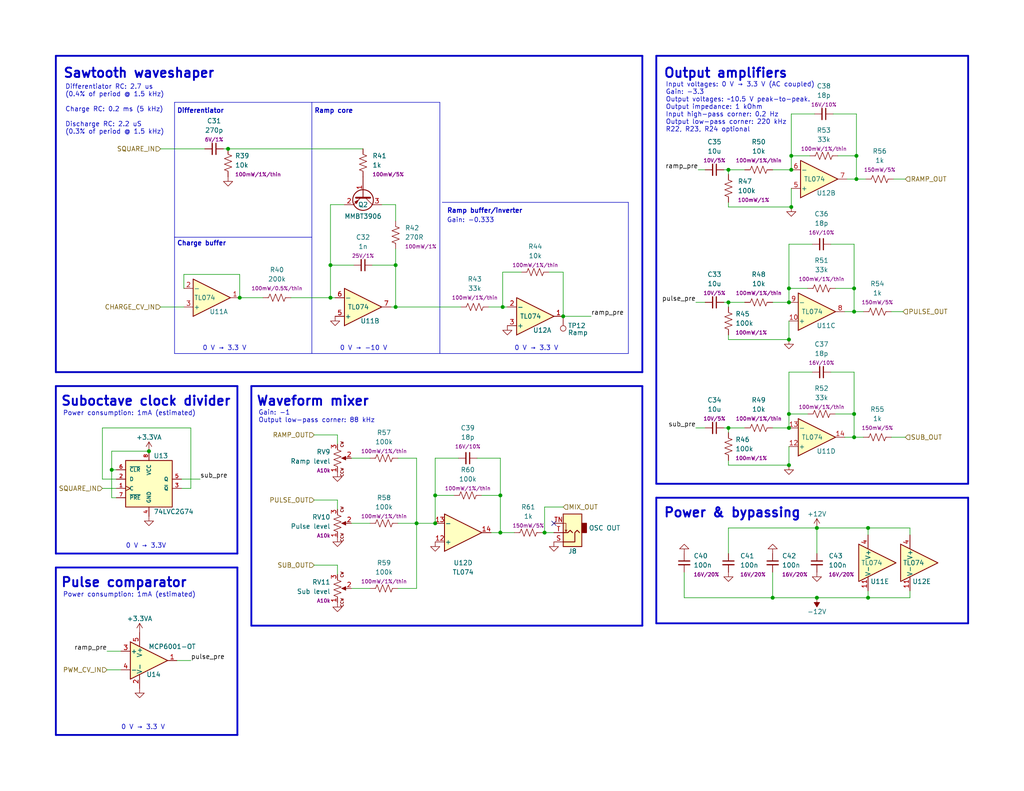
<source format=kicad_sch>
(kicad_sch (version 20250114) (generator "eeschema") (generator_version "9.0")
  (paper "USLetter")
  (title_block (title "Castor & Pollux") (date "2022-10-07") (rev "v6") (company "Winterbloom") (comment 1 "Alethea Flowers") (comment 2 "CERN-OHL-P v2") (comment 3 "gemini.wntr.dev"))
  (text "Differentiator" (at 48.26 31.115 0) (effects (font (size 1.27 1.27) (thickness 0.254) (bold yes)) (justify left bottom)))
  (text "Suboctave clock divider" (at 16.51 111.125 0) (effects (font (size 2.54 2.54) (bold yes)) (justify left bottom)))
  (text "Power & bypassing" (at 180.975 141.605 0) (effects (font (size 2.54 2.54) (bold yes)) (justify left bottom)))
  (text "Output amplifiers" (at 180.975 21.59 0) (effects (font (size 2.54 2.54) (thickness 0.508) (bold yes)) (justify left bottom)))
  (text "Gain: -0.333" (at 121.92 60.96 0) (effects (font (size 1.27 1.27)) (justify left bottom)))
  (text "Gain: -1\nOutput low-pass corner: 88 kHz" (at 70.485 115.57 0) (effects (font (size 1.27 1.27)) (justify left bottom)))
  (text "Charge buffer" (at 48.26 67.31 0) (effects (font (size 1.27 1.27) (thickness 0.254) (bold yes)) (justify left bottom)))
  (text "Sawtooth waveshaper" (at 17.145 21.59 0) (effects (font (size 2.54 2.54) (thickness 0.508) (bold yes)) (justify left bottom)))
  (text "Power consumption: 1mA (estimated)" (at 17.145 113.665 0) (effects (font (size 1.27 1.27)) (justify left bottom)))
  (text "Power consumption: 1mA (estimated)" (at 17.145 163.195 0) (effects (font (size 1.27 1.27)) (justify left bottom)))
  (text "0 V → 3.3V" (at 34.29 149.86 0) (effects (font (size 1.27 1.27)) (justify left bottom)))
  (text "Waveform mixer" (at 69.85 111.125 0) (effects (font (size 2.54 2.54) (bold yes)) (justify left bottom)))
  (text "0 V → 3.3 V" (at 55.245 95.885 0) (effects (font (size 1.27 1.27)) (justify left bottom)))
  (text "Pulse comparator" (at 16.51 160.655 0) (effects (font (size 2.54 2.54) (bold yes)) (justify left bottom)))
  (text "Differentiator RC: 2.7 us\n(0.4% of period @ 1.5 kHz)\n\nCharge RC: 0.2 ms (5 kHz)\n\nDischarge RC: 2.2 uS\n(0.3% of period @ 1.5 kHz)" (at 17.78 36.83 0) (effects (font (size 1.27 1.27)) (justify left bottom)))
  (text "0 V → 3.3 V" (at 33.02 199.39 0) (effects (font (size 1.27 1.27)) (justify left bottom)))
  (text "0 V → -10 V" (at 92.71 95.885 0) (effects (font (size 1.27 1.27)) (justify left bottom)))
  (text "0 V → 3.3 V" (at 140.335 95.885 0) (effects (font (size 1.27 1.27)) (justify left bottom)))
  (text "Ramp buffer/inverter\n" (at 121.92 58.42 0) (effects (font (size 1.27 1.27) (thickness 0.254) (bold yes)) (justify left bottom)))
  (text "Ramp core" (at 85.725 31.115 0) (effects (font (size 1.27 1.27) (thickness 0.254) (bold yes)) (justify left bottom)))
  (text "Input voltages: 0 V → 3.3 V (AC coupled)\nGain: -3.3\nOutput voltages: ~10.5 V peak-to-peak.\nOutput impedance: 1 kOhm\nInput high-pass corner: 0.2 Hz\nOutput low-pass corner: 220 kHz\nR22, R23, R24 optional" (at 181.61 36.195 0) (effects (font (size 1.27 1.27)) (justify left bottom)))
  (junction (at 198.755 116.84))
  (junction (at 215.265 113.03))
  (junction (at 210.82 163.195))
  (junction (at 233.045 85.09))
  (junction (at 30.48 128.27))
  (junction (at 136.525 135.255))
  (junction (at 236.855 144.145))
  (junction (at 233.045 113.03))
  (junction (at 62.23 40.64))
  (junction (at 107.95 83.82))
  (junction (at 233.045 78.74))
  (junction (at 65.405 81.28))
  (junction (at 215.265 82.55))
  (junction (at 215.9 46.355))
  (junction (at 198.755 46.355))
  (junction (at 215.265 116.84))
  (junction (at 233.68 48.895))
  (junction (at 148.59 145.415))
  (junction (at 222.885 163.195))
  (junction (at 222.885 144.145))
  (junction (at 215.265 78.74))
  (junction (at 215.265 127))
  (junction (at 107.95 72.39))
  (junction (at 198.755 82.55))
  (junction (at 90.17 72.39))
  (junction (at 118.745 142.875))
  (junction (at 215.9 42.545))
  (junction (at 113.665 142.875))
  (junction (at 215.9 56.515))
  (junction (at 236.855 163.195))
  (junction (at 137.16 83.82))
  (junction (at 215.265 92.71))
  (junction (at 136.525 145.415))
  (junction (at 153.67 86.36))
  (junction (at 233.68 42.545))
  (junction (at 90.17 81.28))
  (junction (at 233.045 119.38))
  (junction (at 40.64 123.19))
  (junction (at 118.745 135.255))
  (no_connect (at 151.13 142.875))
  (wire (pts (xy 147.955 145.415) (xy 148.59 145.415)))
  (wire (pts (xy 85.725 136.525) (xy 92.075 136.525)))
  (wire (pts (xy 226.695 101.6) (xy 233.045 101.6)))
  (wire (pts (xy 27.94 116.84) (xy 52.07 116.84)))
  (polyline (pts (xy 120.015 27.94) (xy 120.015 96.52)))
  (wire (pts (xy 215.9 56.515) (xy 198.755 56.515)))
  (wire (pts (xy 106.68 83.82) (xy 107.95 83.82)))
  (wire (pts (xy 133.35 83.82) (xy 137.16 83.82)))
  (wire (pts (xy 90.17 72.39) (xy 90.17 81.28)))
  (polyline (pts (xy 64.77 200.66) (xy 15.24 200.66)) (stroke (width 0.5) (type solid)))
  (polyline (pts (xy 179.07 15.24) (xy 264.16 15.24)) (stroke (width 0.5) (type solid)))
  (wire (pts (xy 231.14 48.895) (xy 233.68 48.895)))
  (wire (pts (xy 52.07 133.35) (xy 52.07 116.84)))
  (wire (pts (xy 92.075 118.745) (xy 92.075 121.285)))
  (wire (pts (xy 215.9 31.115) (xy 222.25 31.115)))
  (polyline (pts (xy 179.07 15.24) (xy 179.07 132.08)) (stroke (width 0.5) (type solid)))
  (wire (pts (xy 215.9 42.545) (xy 215.9 31.115)))
  (wire (pts (xy 93.98 55.88) (xy 90.17 55.88)))
  (wire (pts (xy 49.53 133.35) (xy 52.07 133.35)))
  (wire (pts (xy 29.21 177.8) (xy 33.02 177.8)))
  (polyline (pts (xy 47.625 96.52) (xy 171.45 96.52)))
  (wire (pts (xy 118.745 142.875) (xy 113.665 142.875)))
  (wire (pts (xy 210.82 163.195) (xy 222.885 163.195)))
  (wire (pts (xy 30.48 128.27) (xy 31.75 128.27)))
  (wire (pts (xy 233.045 78.74) (xy 233.045 85.09)))
  (polyline (pts (xy 85.09 64.77) (xy 47.625 64.77)))
  (wire (pts (xy 79.375 81.28) (xy 90.17 81.28)))
  (wire (pts (xy 101.6 72.39) (xy 107.95 72.39)))
  (polyline (pts (xy 15.24 15.24) (xy 175.26 15.24)) (stroke (width 0.5) (type solid)))
  (wire (pts (xy 90.17 55.88) (xy 90.17 72.39)))
  (wire (pts (xy 107.95 55.88) (xy 107.95 60.325)))
  (wire (pts (xy 30.48 128.27) (xy 30.48 123.19)))
  (wire (pts (xy 190.5 46.355) (xy 192.405 46.355)))
  (wire (pts (xy 49.53 130.81) (xy 54.61 130.81)))
  (wire (pts (xy 215.265 66.675) (xy 221.615 66.675)))
  (polyline (pts (xy 64.77 154.94) (xy 64.77 200.66)) (stroke (width 0.5) (type solid)))
  (wire (pts (xy 222.885 144.145) (xy 236.855 144.145)))
  (polyline (pts (xy 179.07 135.89) (xy 179.07 170.18)) (stroke (width 0.5) (type solid)))
  (polyline (pts (xy 47.625 27.94) (xy 120.015 27.94)))
  (wire (pts (xy 95.885 160.655) (xy 100.965 160.655)))
  (wire (pts (xy 108.585 160.655) (xy 113.665 160.655)))
  (wire (pts (xy 215.265 113.03) (xy 220.345 113.03)))
  (wire (pts (xy 233.68 42.545) (xy 233.68 48.895)))
  (wire (pts (xy 215.265 82.55) (xy 215.265 78.74)))
  (wire (pts (xy 153.67 138.43) (xy 148.59 138.43)))
  (wire (pts (xy 137.16 74.295) (xy 137.16 83.82)))
  (wire (pts (xy 133.985 145.415) (xy 136.525 145.415)))
  (wire (pts (xy 113.665 160.655) (xy 113.665 142.875)))
  (wire (pts (xy 215.265 78.74) (xy 215.265 66.675)))
  (wire (pts (xy 137.16 74.295) (xy 142.24 74.295)))
  (polyline (pts (xy 171.45 96.52) (xy 171.45 55.245)))
  (wire (pts (xy 113.665 125.095) (xy 113.665 142.875)))
  (wire (pts (xy 236.855 144.145) (xy 236.855 146.05)))
  (wire (pts (xy 136.525 125.095) (xy 136.525 135.255)))
  (wire (pts (xy 27.94 133.35) (xy 31.75 133.35)))
  (polyline (pts (xy 175.26 105.41) (xy 175.26 170.815)) (stroke (width 0.5) (type solid)))
  (polyline (pts (xy 15.24 15.24) (xy 15.24 101.6)) (stroke (width 0.5) (type solid)))
  (wire (pts (xy 62.23 40.64) (xy 99.06 40.64)))
  (polyline (pts (xy 264.16 170.18) (xy 179.07 170.18)) (stroke (width 0.5) (type solid)))
  (wire (pts (xy 233.68 31.115) (xy 233.68 42.545)))
  (wire (pts (xy 248.285 161.29) (xy 248.285 163.195)))
  (wire (pts (xy 233.045 85.09) (xy 235.585 85.09)))
  (wire (pts (xy 215.265 87.63) (xy 215.265 92.71)))
  (wire (pts (xy 107.95 55.88) (xy 104.14 55.88)))
  (wire (pts (xy 60.96 40.64) (xy 62.23 40.64)))
  (wire (pts (xy 31.75 130.81) (xy 27.94 130.81)))
  (polyline (pts (xy 68.58 105.41) (xy 175.26 105.41)) (stroke (width 0.5) (type solid)))
  (wire (pts (xy 222.885 163.195) (xy 236.855 163.195)))
  (wire (pts (xy 222.885 144.145) (xy 222.885 151.13)))
  (wire (pts (xy 65.405 74.93) (xy 50.165 74.93)))
  (polyline (pts (xy 264.16 132.08) (xy 179.07 132.08)) (stroke (width 0.5) (type solid)))
  (wire (pts (xy 65.405 81.28) (xy 65.405 74.93)))
  (wire (pts (xy 136.525 145.415) (xy 140.335 145.415)))
  (wire (pts (xy 215.265 113.03) (xy 215.265 101.6)))
  (polyline (pts (xy 175.26 170.815) (xy 68.58 170.815)) (stroke (width 0.5) (type solid)))
  (wire (pts (xy 227.965 78.74) (xy 233.045 78.74)))
  (wire (pts (xy 198.755 116.84) (xy 203.2 116.84)))
  (wire (pts (xy 131.445 135.255) (xy 136.525 135.255)))
  (wire (pts (xy 153.67 86.36) (xy 161.29 86.36)))
  (wire (pts (xy 248.285 144.145) (xy 248.285 146.05)))
  (wire (pts (xy 233.045 101.6) (xy 233.045 113.03)))
  (wire (pts (xy 71.755 81.28) (xy 65.405 81.28)))
  (wire (pts (xy 130.175 125.095) (xy 136.525 125.095)))
  (wire (pts (xy 210.82 163.195) (xy 186.69 163.195)))
  (polyline (pts (xy 15.24 105.41) (xy 15.24 151.13)) (stroke (width 0.5) (type solid)))
  (wire (pts (xy 233.045 119.38) (xy 235.585 119.38)))
  (wire (pts (xy 113.665 142.875) (xy 108.585 142.875)))
  (polyline (pts (xy 47.625 27.94) (xy 47.625 64.77)))
  (wire (pts (xy 107.95 72.39) (xy 107.95 83.82)))
  (wire (pts (xy 85.725 118.745) (xy 92.075 118.745)))
  (wire (pts (xy 233.045 66.675) (xy 233.045 78.74)))
  (wire (pts (xy 137.16 83.82) (xy 138.43 83.82)))
  (polyline (pts (xy 47.625 64.77) (xy 47.625 96.52)))
  (wire (pts (xy 30.48 123.19) (xy 40.64 123.19)))
  (wire (pts (xy 92.075 154.305) (xy 92.075 156.845)))
  (wire (pts (xy 189.865 82.55) (xy 192.405 82.55)))
  (wire (pts (xy 118.745 135.255) (xy 118.745 125.095)))
  (wire (pts (xy 149.86 74.295) (xy 153.67 74.295)))
  (wire (pts (xy 198.755 82.55) (xy 203.2 82.55)))
  (wire (pts (xy 243.205 119.38) (xy 247.015 119.38)))
  (wire (pts (xy 189.865 116.84) (xy 192.405 116.84)))
  (polyline (pts (xy 175.26 101.6) (xy 15.24 101.6)) (stroke (width 0.5) (type solid)))
  (wire (pts (xy 236.855 163.195) (xy 248.285 163.195)))
  (wire (pts (xy 227.33 31.115) (xy 233.68 31.115)))
  (polyline (pts (xy 85.09 96.52) (xy 85.09 27.94)))
  (wire (pts (xy 215.9 42.545) (xy 220.98 42.545)))
  (wire (pts (xy 198.755 56.515) (xy 198.755 55.245)))
  (wire (pts (xy 95.885 125.095) (xy 100.965 125.095)))
  (wire (pts (xy 43.815 40.64) (xy 55.88 40.64)))
  (wire (pts (xy 215.265 101.6) (xy 221.615 101.6)))
  (wire (pts (xy 31.75 135.89) (xy 30.48 135.89)))
  (wire (pts (xy 92.075 136.525) (xy 92.075 139.065)))
  (wire (pts (xy 198.755 82.55) (xy 198.755 83.82)))
  (wire (pts (xy 108.585 125.095) (xy 113.665 125.095)))
  (wire (pts (xy 197.485 116.84) (xy 198.755 116.84)))
  (wire (pts (xy 197.485 46.355) (xy 198.755 46.355)))
  (wire (pts (xy 215.265 78.74) (xy 220.345 78.74)))
  (wire (pts (xy 90.17 81.28) (xy 91.44 81.28)))
  (wire (pts (xy 107.95 67.945) (xy 107.95 72.39)))
  (polyline (pts (xy 15.24 154.94) (xy 15.24 200.66)) (stroke (width 0.5) (type solid)))
  (wire (pts (xy 107.95 83.82) (xy 125.73 83.82)))
  (wire (pts (xy 236.855 144.145) (xy 248.285 144.145)))
  (polyline (pts (xy 64.77 105.41) (xy 64.77 151.13)) (stroke (width 0.5) (type solid)))
  (wire (pts (xy 233.68 48.895) (xy 236.22 48.895)))
  (wire (pts (xy 243.205 85.09) (xy 246.38 85.09)))
  (polyline (pts (xy 64.77 151.13) (xy 15.24 151.13)) (stroke (width 0.5) (type solid)))
  (wire (pts (xy 215.9 51.435) (xy 215.9 56.515)))
  (wire (pts (xy 215.265 121.92) (xy 215.265 127)))
  (wire (pts (xy 198.755 116.84) (xy 198.755 118.11)))
  (wire (pts (xy 118.745 135.255) (xy 123.825 135.255)))
  (wire (pts (xy 215.9 46.355) (xy 215.9 42.545)))
  (polyline (pts (xy 264.16 135.89) (xy 264.16 170.18)) (stroke (width 0.5) (type solid)))
  (wire (pts (xy 90.17 72.39) (xy 96.52 72.39)))
  (wire (pts (xy 210.82 82.55) (xy 215.265 82.55)))
  (wire (pts (xy 228.6 42.545) (xy 233.68 42.545)))
  (polyline (pts (xy 264.16 15.24) (xy 264.16 132.08)) (stroke (width 0.5) (type solid)))
  (polyline (pts (xy 171.45 55.245) (xy 120.65 55.245)))
  (wire (pts (xy 227.965 113.03) (xy 233.045 113.03)))
  (wire (pts (xy 186.69 156.21) (xy 186.69 163.195)))
  (wire (pts (xy 48.26 180.34) (xy 52.07 180.34)))
  (wire (pts (xy 198.755 92.71) (xy 215.265 92.71)))
  (wire (pts (xy 198.755 144.145) (xy 222.885 144.145)))
  (wire (pts (xy 29.21 182.88) (xy 33.02 182.88)))
  (wire (pts (xy 30.48 135.89) (xy 30.48 128.27)))
  (wire (pts (xy 210.82 46.355) (xy 215.9 46.355)))
  (wire (pts (xy 233.045 113.03) (xy 233.045 119.38)))
  (wire (pts (xy 43.815 83.82) (xy 50.165 83.82)))
  (wire (pts (xy 243.84 48.895) (xy 247.015 48.895)))
  (wire (pts (xy 27.94 130.81) (xy 27.94 116.84)))
  (wire (pts (xy 198.755 127) (xy 215.265 127)))
  (wire (pts (xy 236.855 161.29) (xy 236.855 163.195)))
  (wire (pts (xy 210.82 116.84) (xy 215.265 116.84)))
  (polyline (pts (xy 179.07 135.89) (xy 264.16 135.89)) (stroke (width 0.5) (type solid)))
  (wire (pts (xy 198.755 125.73) (xy 198.755 127)))
  (wire (pts (xy 198.755 144.145) (xy 198.755 151.13)))
  (polyline (pts (xy 15.24 154.94) (xy 64.77 154.94)) (stroke (width 0.5) (type solid)))
  (wire (pts (xy 198.755 46.355) (xy 203.2 46.355)))
  (wire (pts (xy 230.505 85.09) (xy 233.045 85.09)))
  (wire (pts (xy 210.82 156.21) (xy 210.82 163.195)))
  (polyline (pts (xy 175.26 15.24) (xy 175.26 101.6)) (stroke (width 0.5) (type solid)))
  (wire (pts (xy 215.265 116.84) (xy 215.265 113.03)))
  (wire (pts (xy 198.755 46.355) (xy 198.755 47.625)))
  (wire (pts (xy 136.525 135.255) (xy 136.525 145.415)))
  (wire (pts (xy 118.745 142.875) (xy 118.745 135.255)))
  (wire (pts (xy 95.885 142.875) (xy 100.965 142.875)))
  (wire (pts (xy 148.59 145.415) (xy 151.13 145.415)))
  (wire (pts (xy 226.695 66.675) (xy 233.045 66.675)))
  (wire (pts (xy 197.485 82.55) (xy 198.755 82.55)))
  (wire (pts (xy 118.745 125.095) (xy 125.095 125.095)))
  (wire (pts (xy 153.67 74.295) (xy 153.67 86.36)))
  (wire (pts (xy 50.165 74.93) (xy 50.165 78.74)))
  (wire (pts (xy 230.505 119.38) (xy 233.045 119.38)))
  (wire (pts (xy 85.725 154.305) (xy 92.075 154.305)))
  (polyline (pts (xy 68.58 105.41) (xy 68.58 170.815)) (stroke (width 0.5) (type solid)))
  (wire (pts (xy 198.755 91.44) (xy 198.755 92.71)))
  (wire (pts (xy 148.59 138.43) (xy 148.59 145.415)))
  (polyline (pts (xy 15.24 105.41) (xy 64.77 105.41)) (stroke (width 0.5) (type solid)))
  (label "pulse_pre" (at 189.865 82.55 180))
  (label "ramp_pre" (at 190.5 46.355 180))
  (label "ramp_pre" (at 161.29 86.36 0))
  (label "sub_pre" (at 54.61 130.81 0))
  (label "ramp_pre" (at 29.21 177.8 180))
  (label "pulse_pre" (at 52.07 180.34 0))
  (label "sub_pre" (at 189.865 116.84 180))
  (hierarchical_label "RAMP_OUT" (shape input) (at 85.725 118.745 180))
  (hierarchical_label "RAMP_OUT" (shape input) (at 247.015 48.895 0))
  (hierarchical_label "PWM_CV_IN" (shape input) (at 29.21 182.88 180))
  (hierarchical_label "SQUARE_IN" (shape input) (at 43.815 40.64 180))
  (hierarchical_label "PULSE_OUT" (shape input) (at 85.725 136.525 180))
  (hierarchical_label "PULSE_OUT" (shape input) (at 246.38 85.09 0))
  (hierarchical_label "CHARGE_CV_IN" (shape input) (at 43.815 83.82 180))
  (hierarchical_label "SQUARE_IN" (shape input) (at 27.94 133.35 180))
  (hierarchical_label "SUB_OUT" (shape input) (at 85.725 154.305 180))
  (hierarchical_label "SUB_OUT" (shape input) (at 247.015 119.38 0))
  (hierarchical_label "MIX_OUT" (shape input) (at 153.67 138.43 0))
  (symbol (lib_id "Device:C_Small") (at 58.42 40.64 270) (unit 1)
    (property "Reference" "C22" (at 58.4136 33.02 90))
    (property "Value" "270p" (at 58.4136 35.56 90))
    (property "Footprint" "winterbloom:C_0402_HandSolder" (effects (hide yes)))
    (property "Notes" "Ramp core" (effects (hide yes)))
    (property "MPN" "GCM1555C1H271FA16D" (effects (hide yes)))
    (property "Rating" "6V/1%" (at 58.4136 38.1 90) (effects (font (size 1 1))))
    (instances (project "mainboard" (path "" (reference "C31") (unit 1)) (path "" (reference "C22") (unit 1))))
  )
  (symbol (lib_id "Device:R_US") (at 99.06 44.45 180) (unit 1)
    (property "Reference" "R18" (at 101.6 42.5449 0) (effects (justify right)))
    (property "Value" "1k" (at 101.6 45.0849 0) (effects (justify right)))
    (property "Footprint" "winterbloom:R_0402_HandSolder" (effects (hide yes)))
    (property "MPN" "RC0402JR-071KL" (effects (hide yes)))
    (property "Notes" "Digital control path" (effects (hide yes)))
    (property "Rating" "100mW/5%" (at 101.6 47.625 0) (effects (font (size 1 1)) (justify right)))
    (instances (project "mainboard" (path "" (reference "R41") (unit 1)) (path "" (reference "R18") (unit 1))))
  )
  (symbol (lib_id "winterbloom:TL074") (at 99.06 83.82 0) (mirror x) (unit 3)
    (property "Reference" "U7" (at 100.965 87.63 0))
    (property "Value" "TL074" (at 97.79 83.82 0))
    (property "Footprint" "Package_SO:TSSOP-14_4.4x5mm_P0.65mm" (effects (hide yes)))
    (property "Datasheet" "https://www.ti.com/lit/ds/symlink/tl071.pdf" (effects (hide yes)))
    (property "MPN" "TL074CPW" (effects (hide yes)))
    (instances (project "mainboard" (path "" (reference "U11") (unit 2)) (path "" (reference "U7") (unit 3))))
  )
  (symbol (lib_id "Device:R_US") (at 62.23 44.45 180) (unit 1)
    (property "Reference" "R16" (at 64.135 42.5449 0) (effects (justify right)))
    (property "Value" "10k" (at 64.135 45.0849 0) (effects (justify right)))
    (property "Footprint" "winterbloom:R_0402_HandSolder" (effects (hide yes)))
    (property "MPN" "RR0510P-103-D" (effects (hide yes)))
    (property "Notes" "Digital control path" (effects (hide yes)))
    (property "Rating" "100mW/1%/thin" (at 64.135 47.625 0) (effects (font (size 1 1)) (justify right)))
    (instances (project "mainboard" (path "" (reference "R39") (unit 1)) (path "" (reference "R16") (unit 1))))
  )
  (symbol (lib_id "power:GND") (at 62.23 48.26 0) (unit 1)
    (property "Reference" "#PWR054" (effects (hide yes)))
    (property "Value" "GND" (effects (hide yes)))
    (instances (project "mainboard" (path "" (reference "#PWR069") (unit 1)) (path "" (reference "#PWR054") (unit 1))))
  )
  (symbol (lib_id "Device:C_Small") (at 99.06 72.39 270) (unit 1)
    (property "Reference" "C23" (at 99.0536 64.77 90))
    (property "Value" "1n" (at 99.0536 67.31 90))
    (property "Footprint" "winterbloom:C_0402_HandSolder" (effects (hide yes)))
    (property "Notes" "Ramp core" (effects (hide yes)))
    (property "MPN" "GCM1555C1H102FA16D, GRM1555C1H102FA01D" (effects (hide yes)))
    (property "Rating" "25V/1%" (at 99.0536 69.85 90) (effects (font (size 1 1))))
    (instances (project "mainboard" (path "" (reference "C32") (unit 1)) (path "" (reference "C23") (unit 1))))
  )
  (symbol (lib_id "power:GND") (at 91.44 86.36 0) (unit 1)
    (property "Reference" "#PWR055" (effects (hide yes)))
    (property "Value" "GND" (effects (hide yes)))
    (instances (project "mainboard" (path "" (reference "#PWR070") (unit 1)) (path "" (reference "#PWR055") (unit 1))))
  )
  (symbol (lib_id "winterbloom:TL074") (at 57.785 81.28 0) (mirror x) (unit 4)
    (property "Reference" "U7" (at 59.69 85.09 0))
    (property "Value" "TL074" (at 55.88 81.28 0))
    (property "Footprint" "Package_SO:TSSOP-14_4.4x5mm_P0.65mm" (effects (hide yes)))
    (property "Datasheet" "https://www.ti.com/lit/ds/symlink/tl071.pdf" (effects (hide yes)))
    (property "MPN" "TL074CPW" (effects (hide yes)))
    (instances (project "mainboard" (path "" (reference "U11") (unit 1)) (path "" (reference "U7") (unit 4))))
  )
  (symbol (lib_id "Device:R_US") (at 75.565 81.28 90) (unit 1)
    (property "Reference" "R17" (at 75.565 73.66 90))
    (property "Value" "200k" (at 75.565 76.2 90))
    (property "Footprint" "winterbloom:R_0402_HandSolder" (effects (hide yes)))
    (property "MPN" "RC0402FR-07200KL" (effects (hide yes)))
    (property "Notes" "Analog control path" (effects (hide yes)))
    (property "Rating" "100mW/0.5%/thin" (at 75.565 78.74 90) (effects (font (size 1 1))))
    (instances (project "mainboard" (path "" (reference "R40") (unit 1)) (path "" (reference "R17") (unit 1))))
  )
  (symbol (lib_id "Device:R_US") (at 129.54 83.82 90) (unit 1)
    (property "Reference" "R20" (at 129.54 76.2 90))
    (property "Value" "33k" (at 129.54 78.74 90))
    (property "Footprint" "winterbloom:R_0402_HandSolder" (effects (hide yes)))
    (property "MPN" "RC0402FR-0733KL" (effects (hide yes)))
    (property "Notes" "Low voltage audio" (effects (hide yes)))
    (property "Rating" "100mW/1%/thin" (at 129.54 81.28 90) (effects (font (size 1 1))))
    (instances (project "mainboard" (path "" (reference "R43") (unit 1)) (path "" (reference "R20") (unit 1))))
  )
  (symbol (lib_id "winterbloom:TL074") (at 146.05 86.36 0) (mirror x) (unit 4)
    (property "Reference" "U8" (at 147.955 90.17 0))
    (property "Value" "TL074" (at 144.78 86.36 0))
    (property "Footprint" "Package_SO:TSSOP-14_4.4x5mm_P0.65mm" (effects (hide yes)))
    (property "Datasheet" "https://www.ti.com/lit/ds/symlink/tl071.pdf" (effects (hide yes)))
    (property "MPN" "TL074CPW, TL074CPWR" (effects (hide yes)))
    (instances (project "mainboard" (path "" (reference "U12") (unit 1)) (path "" (reference "U8") (unit 4))))
  )
  (symbol (lib_id "power:GND") (at 138.43 88.9 0) (unit 1)
    (property "Reference" "#PWR056" (effects (hide yes)))
    (property "Value" "GND" (effects (hide yes)))
    (instances (project "mainboard" (path "" (reference "#PWR071") (unit 1)) (path "" (reference "#PWR056") (unit 1))))
  )
  (symbol (lib_id "Device:R_US") (at 146.05 74.295 90) (unit 1)
    (property "Reference" "R21" (at 146.05 67.31 90))
    (property "Value" "10k" (at 146.05 69.85 90))
    (property "Footprint" "winterbloom:R_0402_HandSolder" (effects (hide yes)))
    (property "MPN" "RR0510P-103-D" (effects (hide yes)))
    (property "Notes" "Low voltage audio" (effects (hide yes)))
    (property "Rating" "100mW/1%/thin" (at 146.05 72.39 90) (effects (font (size 1 1))))
    (instances (project "mainboard" (path "" (reference "R44") (unit 1)) (path "" (reference "R21") (unit 1))))
  )
  (symbol (lib_id "winterbloom:74LVC2G74") (at 40.64 132.08 0) (unit 1)
    (property "Reference" "U9" (at 41.91 124.46 0) (effects (justify left)))
    (property "Value" "74LVC2G74" (at 41.91 139.7 0) (effects (justify left)))
    (property "Footprint" "Package_SO:TSSOP-8_3x3mm_P0.65mm" (effects (hide yes)))
    (property "Datasheet" "https://assets.nexperia.com/documents/data-sheet/74LVC2G74.pdf" (effects (hide yes)))
    (property "MPN" "74LVC2G74DP,125" (effects (hide yes)))
    (instances (project "mainboard" (path "" (reference "U13") (unit 1)) (path "" (reference "U9") (unit 1))))
  )
  (symbol (lib_id "winterbloom:TL074") (at 223.52 48.895 0) (mirror x) (unit 3)
    (property "Reference" "U8" (at 225.425 52.705 0))
    (property "Value" "TL074" (at 222.25 48.895 0))
    (property "Footprint" "Package_SO:TSSOP-14_4.4x5mm_P0.65mm" (effects (hide yes)))
    (property "Datasheet" "https://www.ti.com/lit/ds/symlink/tl071.pdf" (effects (hide yes)))
    (property "MPN" "TL074CPW, TL074CPWR" (effects (hide yes)))
    (instances (project "mainboard" (path "" (reference "U12") (unit 2)) (path "" (reference "U8") (unit 3))))
  )
  (symbol (lib_id "Device:C_Small") (at 194.945 46.355 270) (unit 1)
    (property "Reference" "C26" (at 194.9386 38.735 90))
    (property "Value" "10u" (at 194.9386 41.275 90))
    (property "Footprint" "winterbloom:C_0603_HandSolder" (effects (hide yes)))
    (property "MPN" "CL10A106MP8NNNC" (effects (hide yes)))
    (property "Notes" "Low voltage audio, 10 V" (effects (hide yes)))
    (property "Rating" "10V/5%" (at 194.9386 43.815 90) (effects (font (size 1 1))))
    (instances (project "mainboard" (path "" (reference "C35") (unit 1)) (path "" (reference "C26") (unit 1))))
  )
  (symbol (lib_id "Device:R_US") (at 207.01 46.355 90) (unit 1)
    (property "Reference" "R27" (at 207.01 38.735 90))
    (property "Value" "10k" (at 207.01 41.275 90))
    (property "Footprint" "winterbloom:R_0402_HandSolder" (effects (hide yes)))
    (property "MPN" "RR0510P-103-D" (effects (hide yes)))
    (property "Notes" "Low voltage audio" (effects (hide yes)))
    (property "Rating" "100mW/1%/thin" (at 207.01 43.815 90) (effects (font (size 1 1))))
    (instances (project "mainboard" (path "" (reference "R50") (unit 1)) (path "" (reference "R27") (unit 1))))
  )
  (symbol (lib_id "Device:R_US") (at 224.79 42.545 90) (unit 1)
    (property "Reference" "R30" (at 224.79 35.56 90))
    (property "Value" "33k" (at 224.79 38.1 90))
    (property "Footprint" "winterbloom:R_0402_HandSolder" (effects (hide yes)))
    (property "MPN" "RC0402FR-0733KL" (effects (hide yes)))
    (property "Notes" "Eurorack level audio" (effects (hide yes)))
    (property "Rating" "100mW/1%/thin" (at 224.79 40.64 90) (effects (font (size 1 1))))
    (instances (project "mainboard" (path "" (reference "R53") (unit 1)) (path "" (reference "R30") (unit 1))))
  )
  (symbol (lib_id "Device:R_US") (at 240.03 48.895 90) (unit 1)
    (property "Reference" "R33" (at 240.03 41.275 90))
    (property "Value" "1k" (at 240.03 43.815 90))
    (property "Footprint" "winterbloom:R_0603_HandSolder" (effects (hide yes)))
    (property "MPN" "MCT06030C1001FP500, ERA-3AEB102V" (effects (hide yes)))
    (property "Notes" "Eurorack level audio, output impedance" (effects (hide yes)))
    (property "Rating" "150mW/5%" (at 240.03 46.355 90) (effects (font (size 1 1))))
    (instances (project "mainboard" (path "" (reference "R56") (unit 1)) (path "" (reference "R33") (unit 1))))
  )
  (symbol (lib_id "winterbloom:TL074") (at 126.365 145.415 0) (mirror x) (unit 1)
    (property "Reference" "U8" (at 126.365 153.67 0))
    (property "Value" "TL074" (at 126.365 156.21 0))
    (property "Footprint" "Package_SO:TSSOP-14_4.4x5mm_P0.65mm" (effects (hide yes)))
    (property "Datasheet" "https://www.ti.com/lit/ds/symlink/tl071.pdf" (effects (hide yes)))
    (property "MPN" "TL074CPW, TL074CPWR" (effects (hide yes)))
    (instances (project "mainboard" (path "" (reference "U12") (unit 4)) (path "" (reference "U8") (unit 1))))
  )
  (symbol (lib_id "power:GND") (at 118.745 147.955 0) (unit 1)
    (property "Reference" "#PWR067" (effects (hide yes)))
    (property "Value" "GND" (effects (hide yes)))
    (instances (project "mainboard" (path "" (reference "#PWR082") (unit 1)) (path "" (reference "#PWR067") (unit 1))))
  )
  (symbol (lib_id "Device:R_US") (at 144.145 145.415 90) (unit 1)
    (property "Reference" "R38" (at 144.145 138.43 90))
    (property "Value" "1k" (at 144.145 140.97 90))
    (property "Footprint" "winterbloom:R_0603_HandSolder" (effects (hide yes)))
    (property "MPN" "MCT06030C1001FP500, ERA-3AEB102V" (effects (hide yes)))
    (property "Notes" "Eurorack level audio, output impedance" (effects (hide yes)))
    (property "Rating" "150mW/5%" (at 144.145 143.51 90) (effects (font (size 1 1))))
    (instances (project "mainboard" (path "" (reference "R61") (unit 1)) (path "" (reference "R38") (unit 1))))
  )
  (symbol (lib_id "Device:R_US") (at 127.635 135.255 90) (unit 1)
    (property "Reference" "R37" (at 127.635 128.27 90))
    (property "Value" "100k" (at 127.635 130.81 90))
    (property "Footprint" "winterbloom:R_0402_HandSolder" (effects (hide yes)))
    (property "MPN" "RC0402DR-07100KL" (effects (hide yes)))
    (property "Notes" "Eurorack level audio" (effects (hide yes)))
    (property "Rating" "100mW/1%/thin" (at 127.635 133.35 90) (effects (font (size 1 1))))
    (instances (project "mainboard" (path "" (reference "R60") (unit 1)) (path "" (reference "R37") (unit 1))))
  )
  (symbol (lib_id "Device:R_US") (at 104.775 125.095 90) (unit 1)
    (property "Reference" "R34" (at 104.775 118.11 90))
    (property "Value" "100k" (at 104.775 120.65 90))
    (property "Footprint" "winterbloom:R_0402_HandSolder" (effects (hide yes)))
    (property "MPN" "RC0402DR-07100KL" (effects (hide yes)))
    (property "Notes" "Eurorack level audio" (effects (hide yes)))
    (property "Rating" "100mW/1%/thin" (at 104.775 123.19 90) (effects (font (size 1 1))))
    (instances (project "mainboard" (path "" (reference "R57") (unit 1)) (path "" (reference "R34") (unit 1))))
  )
  (symbol (lib_id "Device:R_US") (at 104.775 142.875 90) (unit 1)
    (property "Reference" "R35" (at 104.775 135.89 90))
    (property "Value" "100k" (at 104.775 138.43 90))
    (property "Footprint" "winterbloom:R_0402_HandSolder" (effects (hide yes)))
    (property "MPN" "RC0402DR-07100KL" (effects (hide yes)))
    (property "Notes" "Eurorack level audio" (effects (hide yes)))
    (property "Rating" "100mW/1%/thin" (at 104.775 140.97 90) (effects (font (size 1 1))))
    (instances (project "mainboard" (path "" (reference "R58") (unit 1)) (path "" (reference "R35") (unit 1))))
  )
  (symbol (lib_id "Device:R_US") (at 104.775 160.655 90) (unit 1)
    (property "Reference" "R36" (at 104.775 153.67 90))
    (property "Value" "100k" (at 104.775 156.21 90))
    (property "Footprint" "winterbloom:R_0402_HandSolder" (effects (hide yes)))
    (property "MPN" "RC0402DR-07100KL" (effects (hide yes)))
    (property "Notes" "Eurorack level audio" (effects (hide yes)))
    (property "Rating" "100mW/1%/thin" (at 104.775 158.75 90) (effects (font (size 1 1))))
    (instances (project "mainboard" (path "" (reference "R59") (unit 1)) (path "" (reference "R36") (unit 1))))
  )
  (symbol (lib_id "winterbloom:TL074") (at 239.395 153.67 0) (unit 5)
    (property "Reference" "U7" (at 237.49 158.75 0) (effects (justify left)))
    (property "Value" "TL074" (at 246.38 153.67 0) (effects (justify left)))
    (property "Footprint" "Package_SO:TSSOP-14_4.4x5mm_P0.65mm" (effects (hide yes)))
    (property "Datasheet" "https://www.ti.com/lit/ds/symlink/tl071.pdf" (effects (hide yes)))
    (property "MPN" "TL074CPW" (effects (hide yes)))
    (instances (project "mainboard" (path "" (reference "U11") (unit 5)) (path "" (reference "U7") (unit 5))))
  )
  (symbol (lib_id "winterbloom:TL074") (at 250.825 153.67 0) (unit 5)
    (property "Reference" "U8" (at 248.92 158.75 0) (effects (justify left)))
    (property "Value" "TL074" (at 234.95 153.67 0) (effects (justify left)))
    (property "Footprint" "Package_SO:TSSOP-14_4.4x5mm_P0.65mm" (effects (hide yes)))
    (property "Datasheet" "https://www.ti.com/lit/ds/symlink/tl071.pdf" (effects (hide yes)))
    (property "MPN" "TL074CPW, TL074CPWR" (effects (hide yes)))
    (instances (project "mainboard" (path "" (reference "U12") (unit 5)) (path "" (reference "U8") (unit 5))))
  )
  (symbol (lib_id "Device:R_US") (at 198.755 51.435 0) (unit 1)
    (property "Reference" "R24" (at 201.295 49.5299 0) (effects (justify left)))
    (property "Value" "100k" (at 201.295 52.0699 0) (effects (justify left)))
    (property "Footprint" "winterbloom:R_0402_HandSolder" (effects (hide yes)))
    (property "MPN" "RC0402DR-07100KL" (effects (hide yes)))
    (property "Notes" "Low voltage audio" (effects (hide yes)))
    (property "Rating" "100mW/1%" (at 201.295 54.61 0) (effects (font (size 1 1)) (justify left)))
    (instances (project "mainboard" (path "" (reference "R47") (unit 1)) (path "" (reference "R24") (unit 1))))
  )
  (symbol (lib_id "power:GND") (at 215.9 56.515 0) (unit 1)
    (property "Reference" "#PWR063" (effects (hide yes)))
    (property "Value" "GND" (effects (hide yes)))
    (instances (project "mainboard" (path "" (reference "#PWR078") (unit 1)) (path "" (reference "#PWR063") (unit 1))))
  )
  (symbol (lib_id "Device:C_Small") (at 224.79 31.115 270) (unit 1)
    (property "Reference" "C29" (at 224.7836 23.495 90))
    (property "Value" "18p" (at 224.7836 26.035 90))
    (property "Footprint" "winterbloom:C_0402_HandSolder" (effects (hide yes)))
    (property "MPN" "CL05C180JB5NNNC" (effects (hide yes)))
    (property "Notes" "Eurorack level audio filter" (effects (hide yes)))
    (property "Rating" "16V/10%" (at 224.7836 28.575 90) (effects (font (size 1 1))))
    (instances (project "mainboard" (path "" (reference "C38") (unit 1)) (path "" (reference "C29") (unit 1))))
  )
  (symbol (lib_id "Device:C_Small") (at 194.945 82.55 270) (unit 1)
    (property "Reference" "C24" (at 194.9386 74.93 90))
    (property "Value" "10u" (at 194.9386 77.47 90))
    (property "Footprint" "winterbloom:C_0603_HandSolder" (effects (hide yes)))
    (property "MPN" "CL10A106MP8NNNC" (effects (hide yes)))
    (property "Notes" "Low voltage audio, 10 V" (effects (hide yes)))
    (property "Rating" "10V/5%" (at 194.9386 80.01 90) (effects (font (size 1 1))))
    (instances (project "mainboard" (path "" (reference "C33") (unit 1)) (path "" (reference "C24") (unit 1))))
  )
  (symbol (lib_id "Device:R_US") (at 207.01 82.55 90) (unit 1)
    (property "Reference" "R25" (at 207.01 74.93 90))
    (property "Value" "10k" (at 207.01 77.47 90))
    (property "Footprint" "winterbloom:R_0402_HandSolder" (effects (hide yes)))
    (property "MPN" "RR0510P-103-D" (effects (hide yes)))
    (property "Notes" "Low voltage audio" (effects (hide yes)))
    (property "Rating" "100mW/1%/thin" (at 207.01 80.01 90) (effects (font (size 1 1))))
    (instances (project "mainboard" (path "" (reference "R48") (unit 1)) (path "" (reference "R25") (unit 1))))
  )
  (symbol (lib_id "Device:R_US") (at 224.155 78.74 90) (unit 1)
    (property "Reference" "R28" (at 224.155 71.12 90))
    (property "Value" "33k" (at 224.155 73.66 90))
    (property "Footprint" "winterbloom:R_0402_HandSolder" (effects (hide yes)))
    (property "MPN" "RC0402FR-0733KL" (effects (hide yes)))
    (property "Notes" "Eurorack level audio" (effects (hide yes)))
    (property "Rating" "100mW/1%/thin" (at 224.155 76.2 90) (effects (font (size 1 1))))
    (instances (project "mainboard" (path "" (reference "R51") (unit 1)) (path "" (reference "R28") (unit 1))))
  )
  (symbol (lib_id "Device:R_US") (at 239.395 85.09 90) (unit 1)
    (property "Reference" "R31" (at 239.395 77.47 90))
    (property "Value" "1k" (at 239.395 80.01 90))
    (property "Footprint" "winterbloom:R_0603_HandSolder" (effects (hide yes)))
    (property "MPN" "MCT06030C1001FP500, ERA-3AEB102V" (effects (hide yes)))
    (property "Notes" "Eurorack level audio, output impedance" (effects (hide yes)))
    (property "Rating" "150mW/5%" (at 239.395 82.55 90) (effects (font (size 1 1))))
    (instances (project "mainboard" (path "" (reference "R54") (unit 1)) (path "" (reference "R31") (unit 1))))
  )
  (symbol (lib_id "Device:R_US") (at 198.755 87.63 0) (unit 1)
    (property "Reference" "R22" (at 200.66 85.7249 0) (effects (justify left)))
    (property "Value" "100k" (at 200.66 88.2649 0) (effects (justify left)))
    (property "Footprint" "winterbloom:R_0402_HandSolder" (effects (hide yes)))
    (property "MPN" "RC0402DR-07100KL" (effects (hide yes)))
    (property "Notes" "Low voltage audio" (effects (hide yes)))
    (property "Rating" "100mW/1%" (at 200.66 90.805 0) (effects (font (size 1 1)) (justify left)))
    (instances (project "mainboard" (path "" (reference "R45") (unit 1)) (path "" (reference "R22") (unit 1))))
  )
  (symbol (lib_id "power:GND") (at 215.265 92.71 0) (unit 1)
    (property "Reference" "#PWR061" (effects (hide yes)))
    (property "Value" "GND" (effects (hide yes)))
    (instances (project "mainboard" (path "" (reference "#PWR076") (unit 1)) (path "" (reference "#PWR061") (unit 1))))
  )
  (symbol (lib_id "Device:C_Small") (at 224.155 66.675 270) (unit 1)
    (property "Reference" "C27" (at 224.1486 58.42 90))
    (property "Value" "18p" (at 224.1486 60.96 90))
    (property "Footprint" "winterbloom:C_0402_HandSolder" (effects (hide yes)))
    (property "MPN" "CL05C180JB5NNNC" (effects (hide yes)))
    (property "Notes" "Eurorack level audio filter" (effects (hide yes)))
    (property "Rating" "16V/10%" (at 224.1486 63.5 90) (effects (font (size 1 1))))
    (instances (project "mainboard" (path "" (reference "C36") (unit 1)) (path "" (reference "C27") (unit 1))))
  )
  (symbol (lib_id "winterbloom:TL074") (at 222.885 85.09 0) (mirror x) (unit 2)
    (property "Reference" "U7" (at 225.425 88.9 0))
    (property "Value" "TL074" (at 221.615 85.09 0))
    (property "Footprint" "Package_SO:TSSOP-14_4.4x5mm_P0.65mm" (effects (hide yes)))
    (property "Datasheet" "https://www.ti.com/lit/ds/symlink/tl071.pdf" (effects (hide yes)))
    (property "MPN" "TL074CPW" (effects (hide yes)))
    (instances (project "mainboard" (path "" (reference "U11") (unit 3)) (path "" (reference "U7") (unit 2))))
  )
  (symbol (lib_id "Device:C_Small") (at 194.945 116.84 270) (unit 1)
    (property "Reference" "C25" (at 194.9386 109.22 90))
    (property "Value" "10u" (at 194.9386 111.76 90))
    (property "Footprint" "winterbloom:C_0603_HandSolder" (effects (hide yes)))
    (property "MPN" "CL10A106MP8NNNC" (effects (hide yes)))
    (property "Notes" "Low voltage audio, 10 V" (effects (hide yes)))
    (property "Rating" "10V/5%" (at 194.9386 114.3 90) (effects (font (size 1 1))))
    (instances (project "mainboard" (path "" (reference "C34") (unit 1)) (path "" (reference "C25") (unit 1))))
  )
  (symbol (lib_id "Device:R_US") (at 207.01 116.84 90) (unit 1)
    (property "Reference" "R26" (at 207.01 109.22 90))
    (property "Value" "10k" (at 207.01 111.76 90))
    (property "Footprint" "winterbloom:R_0402_HandSolder" (effects (hide yes)))
    (property "MPN" "RR0510P-103-D" (effects (hide yes)))
    (property "Notes" "Low voltage audio" (effects (hide yes)))
    (property "Rating" "100mW/1%/thin" (at 207.01 114.3 90) (effects (font (size 1 1))))
    (instances (project "mainboard" (path "" (reference "R49") (unit 1)) (path "" (reference "R26") (unit 1))))
  )
  (symbol (lib_id "Device:R_US") (at 224.155 113.03 90) (unit 1)
    (property "Reference" "R29" (at 224.155 106.045 90))
    (property "Value" "33k" (at 224.155 108.585 90))
    (property "Footprint" "winterbloom:R_0402_HandSolder" (effects (hide yes)))
    (property "MPN" "RC0402FR-0733KL" (effects (hide yes)))
    (property "Notes" "Eurorack level audio" (effects (hide yes)))
    (property "Rating" "100mW/1%/thin" (at 224.155 111.125 90) (effects (font (size 1 1))))
    (instances (project "mainboard" (path "" (reference "R52") (unit 1)) (path "" (reference "R29") (unit 1))))
  )
  (symbol (lib_id "Device:R_US") (at 239.395 119.38 90) (unit 1)
    (property "Reference" "R32" (at 239.395 111.76 90))
    (property "Value" "1k" (at 239.395 114.3 90))
    (property "Footprint" "winterbloom:R_0603_HandSolder" (effects (hide yes)))
    (property "MPN" "MCT06030C1001FP500, ERA-3AEB102V" (effects (hide yes)))
    (property "Notes" "Eurorack level audio, output impedance" (effects (hide yes)))
    (property "Rating" "150mW/5%" (at 239.395 116.84 90) (effects (font (size 1 1))))
    (instances (project "mainboard" (path "" (reference "R55") (unit 1)) (path "" (reference "R32") (unit 1))))
  )
  (symbol (lib_id "Device:R_US") (at 198.755 121.92 0) (unit 1)
    (property "Reference" "R23" (at 200.66 120.0149 0) (effects (justify left)))
    (property "Value" "100k" (at 200.66 122.5549 0) (effects (justify left)))
    (property "Footprint" "winterbloom:R_0402_HandSolder" (effects (hide yes)))
    (property "MPN" "RC0402DR-07100KL" (effects (hide yes)))
    (property "Notes" "Low voltage audio" (effects (hide yes)))
    (property "Rating" "100mW/1%" (at 200.66 125.095 0) (effects (font (size 1 1)) (justify left)))
    (instances (project "mainboard" (path "" (reference "R46") (unit 1)) (path "" (reference "R23") (unit 1))))
  )
  (symbol (lib_id "power:GND") (at 215.265 127 0) (unit 1)
    (property "Reference" "#PWR062" (effects (hide yes)))
    (property "Value" "GND" (effects (hide yes)))
    (instances (project "mainboard" (path "" (reference "#PWR077") (unit 1)) (path "" (reference "#PWR062") (unit 1))))
  )
  (symbol (lib_id "Device:C_Small") (at 224.155 101.6 270) (unit 1)
    (property "Reference" "C28" (at 224.1486 93.98 90))
    (property "Value" "18p" (at 224.1486 96.52 90))
    (property "Footprint" "winterbloom:C_0402_HandSolder" (effects (hide yes)))
    (property "MPN" "CL05C180JB5NNNC" (effects (hide yes)))
    (property "Notes" "Eurorack level audio filter" (effects (hide yes)))
    (property "Rating" "16V/10%" (at 224.1486 99.06 90) (effects (font (size 1 1))))
    (instances (project "mainboard" (path "" (reference "C37") (unit 1)) (path "" (reference "C28") (unit 1))))
  )
  (symbol (lib_id "winterbloom:TL074") (at 222.885 119.38 0) (mirror x) (unit 1)
    (property "Reference" "U7" (at 225.425 123.19 0))
    (property "Value" "TL074" (at 221.615 119.38 0))
    (property "Footprint" "Package_SO:TSSOP-14_4.4x5mm_P0.65mm" (effects (hide yes)))
    (property "Datasheet" "https://www.ti.com/lit/ds/symlink/tl071.pdf" (effects (hide yes)))
    (property "MPN" "TL074CPW" (effects (hide yes)))
    (instances (project "mainboard" (path "" (reference "U11") (unit 4)) (path "" (reference "U7") (unit 1))))
  )
  (symbol (lib_id "Amplifier_Operational:MCP6001-OT") (at 40.64 180.34 0) (unit 1)
    (property "Reference" "U10" (at 41.91 184.15 0))
    (property "Value" "MCP6001-OT" (at 46.99 176.53 0))
    (property "Footprint" "Package_TO_SOT_SMD:SOT-23-5" (effects (hide yes)))
    (property "Datasheet" "http://ww1.microchip.com/downloads/en/DeviceDoc/MCP6001-1R-1U-2-4-1-MHz-Low-Power-Op-Amp-DS20001733L.pdf" (effects (hide yes)))
    (property "MPN" "MCP6001T-I/OT, AD8541ARTZ" (effects (hide yes)))
    (instances (project "mainboard" (path "" (reference "U14") (unit 1)) (path "" (reference "U10") (unit 1))))
  )
  (symbol (lib_id "power:GND") (at 38.1 187.96 0) (unit 1)
    (property "Reference" "#PWR058" (effects (hide yes)))
    (property "Value" "GND" (effects (hide yes)))
    (instances (project "mainboard" (path "" (reference "#PWR073") (unit 1)) (path "" (reference "#PWR058") (unit 1))))
  )
  (symbol (lib_id "power:+12V") (at 222.885 144.145 0) (unit 1)
    (property "Reference" "#PWR099" (effects (hide yes)))
    (property "Value" "+12V" (at 222.885 140.335 0))
    (instances (project "mainboard" (path "" (reference "#PWR087") (unit 1)) (path "" (reference "#PWR099") (unit 1))))
  )
  (symbol (lib_id "power:-12V") (at 222.885 163.195 180) (unit 1)
    (property "Reference" "#PWR0101" (effects (hide yes)))
    (property "Value" "-12V" (at 222.885 167.005 0))
    (instances (project "mainboard" (path "" (reference "#PWR089") (unit 1)) (path "" (reference "#PWR0101") (unit 1))))
  )
  (symbol (lib_id "Device:C_Small") (at 186.69 153.67 0) (unit 1)
    (property "Reference" "C46" (at 189.23 151.7712 0) (effects (justify left)))
    (property "Value" "100n" (at 189.23 154.3112 0) (effects (justify left)))
    (property "Footprint" "winterbloom:C_0402_HandSolder" (effects (hide yes)))
    (property "MPN" "CL05B104KO5NNNC" (effects (hide yes)))
    (property "Notes" "Bypass" (effects (hide yes)))
    (property "MacroFab MPN" "MF-CAP-0402-0.1uF" (effects (hide yes)))
    (property "Rating" "16V/20%" (at 189.23 156.8513 0) (effects (font (size 1 1)) (justify left)))
    (instances (project "mainboard" (path "" (reference "C40") (unit 1)) (path "" (reference "C46") (unit 1))))
  )
  (symbol (lib_id "Device:C_Small") (at 210.82 153.67 0) (unit 1)
    (property "Reference" "C48" (at 213.36 151.7712 0) (effects (justify left)))
    (property "Value" "100n" (at 213.36 154.3112 0) (effects (justify left)))
    (property "Footprint" "winterbloom:C_0402_HandSolder" (effects (hide yes)))
    (property "MPN" "CL05B104KO5NNNC" (effects (hide yes)))
    (property "Notes" "Bypass" (effects (hide yes)))
    (property "MacroFab MPN" "MF-CAP-0402-0.1uF" (effects (hide yes)))
    (property "Rating" "16V/20%" (at 213.36 156.8513 0) (effects (font (size 1 1)) (justify left)))
    (instances (project "mainboard" (path "" (reference "C42") (unit 1)) (path "" (reference "C48") (unit 1))))
  )
  (symbol (lib_id "Device:C_Small") (at 198.755 153.67 0) (unit 1)
    (property "Reference" "C47" (at 201.93 151.7712 0) (effects (justify left)))
    (property "Value" "100n" (at 201.93 154.3112 0) (effects (justify left)))
    (property "Footprint" "winterbloom:C_0402_HandSolder" (effects (hide yes)))
    (property "MPN" "CL05B104KO5NNNC" (effects (hide yes)))
    (property "Notes" "Bypass" (effects (hide yes)))
    (property "MacroFab MPN" "MF-CAP-0402-0.1uF" (effects (hide yes)))
    (property "Rating" "16V/20%" (at 201.93 156.8513 0) (effects (font (size 1 1)) (justify left)))
    (instances (project "mainboard" (path "" (reference "C41") (unit 1)) (path "" (reference "C47") (unit 1))))
  )
  (symbol (lib_id "Device:C_Small") (at 222.885 153.67 0) (unit 1)
    (property "Reference" "C49" (at 226.06 151.7712 0) (effects (justify left)))
    (property "Value" "100n" (at 226.06 154.3112 0) (effects (justify left)))
    (property "Footprint" "winterbloom:C_0402_HandSolder" (effects (hide yes)))
    (property "MPN" "CL05B104KO5NNNC" (effects (hide yes)))
    (property "Notes" "Bypass" (effects (hide yes)))
    (property "MacroFab MPN" "MF-CAP-0402-0.1uF" (effects (hide yes)))
    (property "Rating" "16V/20%" (at 226.06 156.8513 0) (effects (font (size 1 1)) (justify left)))
    (instances (project "mainboard" (path "" (reference "C43") (unit 1)) (path "" (reference "C49") (unit 1))))
  )
  (symbol (lib_id "power:GND") (at 186.69 151.13 180) (unit 1)
    (property "Reference" "#PWR096" (effects (hide yes)))
    (property "Value" "GND" (effects (hide yes)))
    (instances (project "mainboard" (path "" (reference "#PWR084") (unit 1)) (path "" (reference "#PWR096") (unit 1))))
  )
  (symbol (lib_id "Device:C_Small") (at 127.635 125.095 270) (unit 1)
    (property "Reference" "C30" (at 127.6286 116.84 90))
    (property "Value" "18p" (at 127.6286 119.38 90))
    (property "Footprint" "winterbloom:C_0402_HandSolder" (effects (hide yes)))
    (property "MPN" "CL05C180JB5NNNC" (effects (hide yes)))
    (property "Notes" "Eurorack level audio filter" (effects (hide yes)))
    (property "Rating" "16V/10%" (at 127.6286 121.92 90) (effects (font (size 1 1))))
    (instances (project "mainboard" (path "" (reference "C39") (unit 1)) (path "" (reference "C30") (unit 1))))
  )
  (symbol (lib_id "power:GND") (at 40.64 140.97 0) (unit 1)
    (property "Reference" "#PWR060" (effects (hide yes)))
    (property "Value" "GND" (effects (hide yes)))
    (instances (project "mainboard" (path "" (reference "#PWR075") (unit 1)) (path "" (reference "#PWR060") (unit 1))))
  )
  (symbol (lib_id "power:+3.3VA") (at 40.64 123.19 0) (unit 1)
    (property "Reference" "#PWR059" (effects (hide yes)))
    (property "Value" "+3.3VA" (at 40.64 119.38 0))
    (instances (project "mainboard" (path "" (reference "#PWR074") (unit 1)) (path "" (reference "#PWR059") (unit 1))))
  )
  (symbol (lib_id "power:+3.3VA") (at 38.1 172.72 0) (unit 1)
    (property "Reference" "#PWR057" (effects (hide yes)))
    (property "Value" "+3.3VA" (at 38.1 168.91 0))
    (instances (project "mainboard" (path "" (reference "#PWR072") (unit 1)) (path "" (reference "#PWR057") (unit 1))))
  )
  (symbol (lib_id "Connector:TestPoint") (at 153.67 86.36 180) (unit 1) (in_bom no)
    (property "Reference" "TP11" (at 154.94 88.9 0) (effects (justify right)))
    (property "Value" "Ramp" (at 154.94 90.805 0) (effects (justify right)))
    (property "Footprint" "TestPoint:TestPoint_Pad_D1.0mm" (effects (hide yes)))
    (property "DNP" "1" (effects (hide yes)))
    (instances (project "mainboard" (path "" (reference "TP12") (unit 1)) (path "" (reference "TP11") (unit 1))))
  )
  (symbol (lib_id "Transistor_BJT:MMBT3906") (at 99.06 53.34 270) (unit 1)
    (property "Reference" "Q1" (at 99.06 55.88 90))
    (property "Value" "MMBT3906" (at 99.06 59.055 90))
    (property "Footprint" "Package_TO_SOT_SMD:SOT-23" (effects (hide yes)))
    (property "Datasheet" "https://www.fairchildsemi.com/datasheets/2N/2N3906.pdf" (effects (hide yes)))
    (property "MPN" "MMBT3906L" (effects (hide yes)))
    (property "MacroFab MPN" "MF-DSC-SOT233-MMBT3906" (effects (hide yes)))
    (instances (project "mainboard" (path "" (reference "Q2") (unit 1)) (path "" (reference "Q1") (unit 1))))
  )
  (symbol (lib_id "Device:R_US") (at 107.95 64.135 180) (unit 1)
    (property "Reference" "R19" (at 110.49 62.2299 0) (effects (justify right)))
    (property "Value" "270R" (at 110.49 64.7699 0) (effects (justify right)))
    (property "Footprint" "winterbloom:R_0402_HandSolder" (effects (hide yes)))
    (property "MPN" "CRGCQ0402F270R" (effects (hide yes)))
    (property "Notes" "Ramp core" (effects (hide yes)))
    (property "Rating" "100mW/1%" (at 110.49 67.31 0) (effects (font (size 1 1)) (justify right)))
    (instances (project "mainboard" (path "" (reference "R42") (unit 1)) (path "" (reference "R19") (unit 1))))
  )
  (symbol (lib_id "winterbloom:Eurorack_Mono_Jack") (at 156.21 144.145 0) (unit 1)
    (property "Reference" "J7" (at 156.21 150.495 0))
    (property "Value" "OSC OUT" (at 160.655 144.145 0) (effects (justify left)))
    (property "Footprint" "winterbloom:AudioJack_WQP518MA" (effects (hide yes)))
    (property "Datasheet" "http://www.qingpu-electronics.com/en/products/WQP-PJ398SM-362.html" (effects (hide yes)))
    (property "MPN" "WQP-WQP518MA" (effects (hide yes)))
    (instances (project "mainboard" (path "" (reference "J8") (unit 1)) (path "" (reference "J7") (unit 1))))
  )
  (symbol (lib_id "power:GND") (at 198.755 156.21 0) (unit 1)
    (property "Reference" "#PWR097" (effects (hide yes)))
    (property "Value" "GND" (effects (hide yes)))
    (instances (project "mainboard" (path "" (reference "#PWR085") (unit 1)) (path "" (reference "#PWR097") (unit 1))))
  )
  (symbol (lib_id "winterbloom:Eurorack_Pot") (at 92.075 160.655 90) (unit 1)
    (property "Reference" "RV8" (at 90.17 158.9404 90) (effects (justify left)))
    (property "Value" "Sub level" (at 90.17 161.4804 90) (effects (justify left)))
    (property "Footprint" "winterbloom:Potentiometer_Alpha_R0904N" (effects (hide yes)))
    (property "Datasheet" "https://s3.us-west-2.amazonaws.com/secure.notion-static.com/c2e29654-9937-4f21-ad37-19aeb30b6cf7/R0904N%28KQ%29-LWS.pdf?X-Amz-Algorithm=AWS4-HMAC-SHA256&X-Amz-Credential=AKIAT73L2G45O3KS52Y5%2F20210212%2Fus-west-2%2Fs3%2Faws4_request&X-Amz-Date=20210212T061200Z&X-Amz-Expires=86400&X-Amz-Signature=79cad3de6b24b7023aa449b148ed3570970ec3161da0e13127712a5cd74fcd34&X-Amz-SignedHeaders=host&response-content-disposition=filename%20%3D%22R0904N%28KQ%29-LWS.pdf%22" (effects (hide yes)))
    (property "MPN" "R0904N-B10K L-25KQ/LWS" (effects (hide yes)))
    (property "Notes" "linear or audio taper, 9mm tall trimmer pot with white indicator" (effects (hide yes)))
    (property "Rating" "A10k" (at 90.17 164.0205 90) (effects (font (size 1 1)) (justify left)))
    (instances (project "mainboard" (path "" (reference "RV11") (unit 1)) (path "" (reference "RV8") (unit 1))))
  )
  (symbol (lib_id "power:GND") (at 151.13 147.955 0) (unit 1)
    (property "Reference" "#PWR068" (effects (hide yes)))
    (property "Value" "GND" (effects (hide yes)))
    (instances (project "mainboard" (path "" (reference "#PWR083") (unit 1)) (path "" (reference "#PWR068") (unit 1))))
  )
  (symbol (lib_id "winterbloom:Eurorack_Pot") (at 92.075 142.875 90) (unit 1)
    (property "Reference" "RV7" (at 90.17 141.1604 90) (effects (justify left)))
    (property "Value" "Pulse level" (at 90.17 143.7004 90) (effects (justify left)))
    (property "Footprint" "winterbloom:Potentiometer_Alpha_R0904N" (effects (hide yes)))
    (property "Datasheet" "https://s3.us-west-2.amazonaws.com/secure.notion-static.com/c2e29654-9937-4f21-ad37-19aeb30b6cf7/R0904N%28KQ%29-LWS.pdf?X-Amz-Algorithm=AWS4-HMAC-SHA256&X-Amz-Credential=AKIAT73L2G45O3KS52Y5%2F20210212%2Fus-west-2%2Fs3%2Faws4_request&X-Amz-Date=20210212T061200Z&X-Amz-Expires=86400&X-Amz-Signature=79cad3de6b24b7023aa449b148ed3570970ec3161da0e13127712a5cd74fcd34&X-Amz-SignedHeaders=host&response-content-disposition=filename%20%3D%22R0904N%28KQ%29-LWS.pdf%22" (effects (hide yes)))
    (property "MPN" "R0904N-B10K L-25KQ/LWS" (effects (hide yes)))
    (property "Notes" "linear or audio taper, 9mm tall trimmer pot with white indicator" (effects (hide yes)))
    (property "Rating" "A10k" (at 90.17 146.2405 90) (effects (font (size 1 1)) (justify left)))
    (instances (project "mainboard" (path "" (reference "RV10") (unit 1)) (path "" (reference "RV7") (unit 1))))
  )
  (symbol (lib_id "power:GND") (at 210.82 151.13 180) (unit 1)
    (property "Reference" "#PWR098" (effects (hide yes)))
    (property "Value" "GND" (effects (hide yes)))
    (instances (project "mainboard" (path "" (reference "#PWR086") (unit 1)) (path "" (reference "#PWR098") (unit 1))))
  )
  (symbol (lib_id "power:GND") (at 222.885 156.21 0) (unit 1)
    (property "Reference" "#PWR0100" (effects (hide yes)))
    (property "Value" "GND" (effects (hide yes)))
    (instances (project "mainboard" (path "" (reference "#PWR088") (unit 1)) (path "" (reference "#PWR0100") (unit 1))))
  )
  (symbol (lib_id "power:GND") (at 92.075 164.465 0) (unit 1)
    (property "Reference" "#PWR066" (effects (hide yes)))
    (property "Value" "GND" (effects (hide yes)))
    (instances (project "mainboard" (path "" (reference "#PWR081") (unit 1)) (path "" (reference "#PWR066") (unit 1))))
  )
  (symbol (lib_id "winterbloom:Eurorack_Pot") (at 92.075 125.095 90) (unit 1)
    (property "Reference" "RV6" (at 90.17 123.3804 90) (effects (justify left)))
    (property "Value" "Ramp level" (at 90.17 125.9204 90) (effects (justify left)))
    (property "Footprint" "winterbloom:Potentiometer_Alpha_R0904N" (effects (hide yes)))
    (property "Datasheet" "https://s3.us-west-2.amazonaws.com/secure.notion-static.com/c2e29654-9937-4f21-ad37-19aeb30b6cf7/R0904N%28KQ%29-LWS.pdf?X-Amz-Algorithm=AWS4-HMAC-SHA256&X-Amz-Credential=AKIAT73L2G45O3KS52Y5%2F20210212%2Fus-west-2%2Fs3%2Faws4_request&X-Amz-Date=20210212T061200Z&X-Amz-Expires=86400&X-Amz-Signature=79cad3de6b24b7023aa449b148ed3570970ec3161da0e13127712a5cd74fcd34&X-Amz-SignedHeaders=host&response-content-disposition=filename%20%3D%22R0904N%28KQ%29-LWS.pdf%22" (effects (hide yes)))
    (property "MPN" "R0904N-B10K L-25KQ/LWS" (effects (hide yes)))
    (property "Notes" "linear or audio taper, 9mm tall trimmer pot with white indicator" (effects (hide yes)))
    (property "Rating" "A10k" (at 90.17 128.4605 90) (effects (font (size 1 1)) (justify left)))
    (instances (project "mainboard" (path "" (reference "RV9") (unit 1)) (path "" (reference "RV6") (unit 1))))
  )
  (symbol (lib_id "power:GND") (at 92.075 146.685 0) (unit 1)
    (property "Reference" "#PWR065" (effects (hide yes)))
    (property "Value" "GND" (effects (hide yes)))
    (instances (project "mainboard" (path "" (reference "#PWR080") (unit 1)) (path "" (reference "#PWR065") (unit 1))))
  )
  (symbol (lib_id "power:GND") (at 92.075 128.905 0) (unit 1)
    (property "Reference" "#PWR064" (effects (hide yes)))
    (property "Value" "GND" (effects (hide yes)))
    (instances (project "mainboard" (path "" (reference "#PWR079") (unit 1)) (path "" (reference "#PWR064") (unit 1))))
  )
)
</source>
